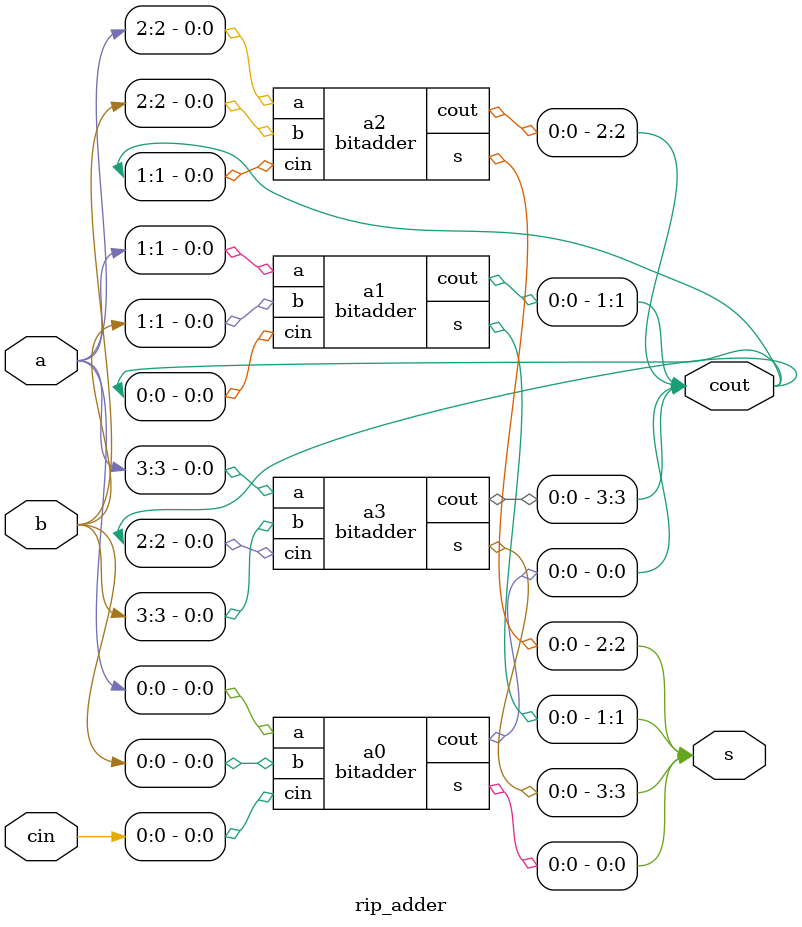
<source format=v>
`timescale 1ns / 1ps

module bitadder(
    input a,b,cin,
    output s,cout
    );
    
    wire t,t1,t2,t3,t4;
    
    xor x1 (t, a,b);
    xor x2 (s,t,cin);
    
    and a1 (t1,a,b);
    and a2 (t2,b,cin);
    and a3 (t3,cin,a);
    
    or o1 (t4, t1,t2);
    or o2 (cout, t4,t3);
    
    
    
endmodule


module rip_adder(
    input [3:0] a,
    input [3:0] b,
    input [3:0] cin,
    output [3:0] s,
    output [3:0] cout
);

bitadder a0 (a[0], b[0], cin[0], s[0], cout[0]);
bitadder a1 (a[1], b[1], cout[0], s[1], cout[1]);
bitadder a2 (a[2], b[2], cout[1], s[2], cout[2]);
bitadder a3 (a[3], b[3], cout[2], s[3], cout[3]);


endmodule 
</source>
